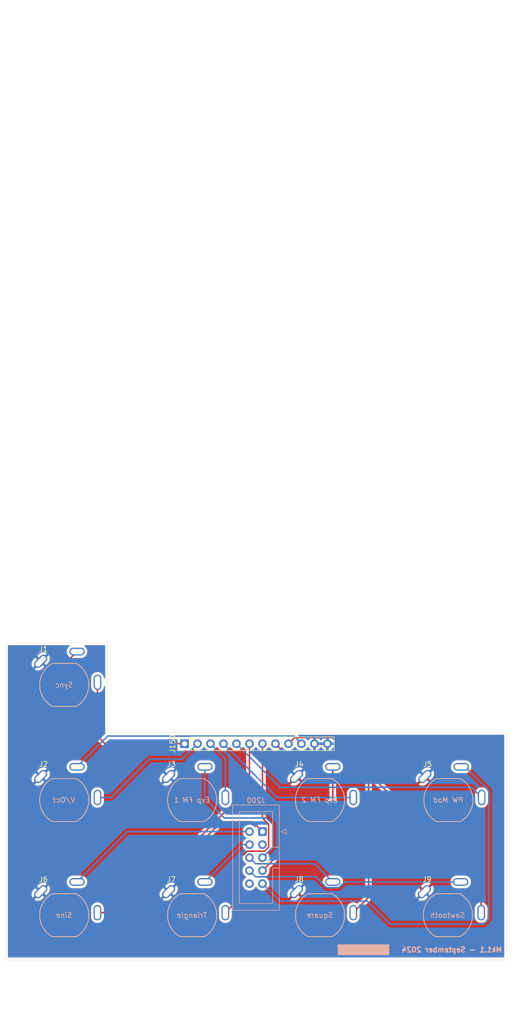
<source format=kicad_pcb>
(kicad_pcb (version 20240108) (generator "pcbnew") (generator_version "8.0")
  (title_block (title "VCO mki PCB") (date "2024-06-16") (rev "1") (company "DMH"))
  (layers (0 "F.Cu" signal) (31 "B.Cu" signal) (34 "B.Paste" user) (35 "F.Paste" user) (36 "B.SilkS" user "B.Silkscreen") (37 "F.SilkS" user "F.Silkscreen") (38 "B.Mask" user) (39 "F.Mask" user) (44 "Edge.Cuts" user))
  (net 0 "")
  (net 1 "GND")
  (net 2 "Net-(J150-Pin_1)")
  (net 3 "Net-(J150-Pin_10)")
  (net 4 "Net-(J200-Pin_1)")
  (net 5 "Net-(J200-Pin_3)")
  (net 6 "Net-(J200-Pin_4)")
  (net 7 "Net-(J200-Pin_5)")
  (net 8 "Net-(J200-Pin_6)")
  (net 9 "Net-(J200-Pin_7)")
  (net 10 "Net-(J200-Pin_8)")
  (net 11 "Net-(J200-Pin_9)")
  (net 14 "Net-(J150-Pin_3)")
  (net 15 "Net-(J150-Pin_4)")
  (net 16 "Net-(J150-Pin_5)")
  (net 17 "Net-(J150-Pin_2)")
  (net 18 "Net-(J150-Pin_7)")
  (net 19 "Net-(J150-Pin_8)")
  (net 20 "Net-(J150-Pin_6)")
  (net 21 "Net-(J150-Pin_9)")
  (footprint "SynthStuff:CUI_MJ-63052A" (layer "F.Cu") (at 137.5 228.75)
    (property "Reference" "J9" (at -4.075 -7 0) (layer "F.SilkS"))
    (property "Value" "TS_Jack_6.35mm_Sw")
    (property "Function" "Sawtooth" (at 0 0 0) (layer "B.SilkS") (effects (font (thickness 0.15) (italic yes)) (justify mirror)))
    (fp_line (start 0 -4.2) (end -2.35 -4.2) (stroke (width 0.15)) (layer "B.SilkS"))
    (fp_line (start 0 -4.2) (end 2.35 -4.2) (stroke (width 0.15)) (layer "B.SilkS"))
    (fp_line (start 0 4.2) (end -2.35 4.2) (stroke (width 0.15)) (layer "B.SilkS"))
    (fp_line (start 0 4.2) (end 2.35 4.2) (stroke (width 0.15)) (layer "B.SilkS"))
    (fp_arc (start -4.8 0) (mid -4.14066 -2.427948) (end -2.343778 -4.188879) (stroke (width 0.15)) (layer "B.SilkS"))
    (fp_arc (start -2.343778 4.188879) (mid -4.14066 2.427948) (end -4.8 0) (stroke (width 0.15)) (layer "B.SilkS"))
    (fp_arc (start 2.343778 -4.188879) (mid 4.14066 -2.427948) (end 4.8 0) (stroke (width 0.15)) (layer "B.SilkS"))
    (fp_arc (start 4.8 0) (mid 4.14066 2.427948) (end 2.343778 4.188879) (stroke (width 0.15)) (layer "B.SilkS"))
    (fp_line (start 0 -4.2) (end -2.35 -4.2) (stroke (width 0.15)) (layer "F.SilkS"))
    (fp_line (start 0 -4.2) (end 2.35 -4.2) (stroke (width 0.15)) (layer "F.SilkS"))
    (fp_line (start 0 4.2) (end -2.35 4.2) (stroke (width 0.15)) (layer "F.SilkS"))
    (fp_line (start 0 4.2) (end 2.35 4.2) (stroke (width 0.15)) (layer "F.SilkS"))
    (fp_arc (start -4.8 0) (mid -4.14066 -2.427948) (end -2.343778 -4.188879) (stroke (width 0.15)) (layer "F.SilkS"))
    (fp_arc (start -2.343778 4.188879) (mid -4.14066 2.427948) (end -4.8 0) (stroke (width 0.15)) (layer "F.SilkS"))
    (fp_arc (start 2.343778 -4.188879) (mid 4.14066 -2.427948) (end 4.8 0) (stroke (width 0.15)) (layer "F.SilkS"))
    (fp_arc (start 4.8 0) (mid 4.14066 2.427948) (end 2.343778 4.188879) (stroke (width 0.15)) (layer "F.SilkS"))
    (pad "S" thru_hole oval (at -4.59619 -4.59619 315) (size 1.508 3.016) (drill oval 1 2.5) (layers "*.Cu" "*.Mask") (net 1 "GND"))
    (pad "T" thru_hole oval (at 6.5 -0.5) (size 1.508 3.016) (drill oval 1 2.5) (layers "*.Cu" "*.Mask") (net 21 "Net-(J150-Pin_9)"))
    (pad "TN" thru_hole oval (at 2.5 -6.5) (size 3.016 1.508) (drill oval 2.5 1) (layers "*.Cu" "*.Mask") (net 11 "Net-(J200-Pin_9)"))
  )
  (footprint "SynthStuff:CUI_MJ-63052A" (layer "F.Cu") (at 87.5 228.75)
    (property "Reference" "J7" (at -4.075 -7 0) (layer "F.SilkS"))
    (property "Value" "TS_Jack_6.35mm_Sw")
    (property "Function" "Triangle" (at 0 0 0) (layer "B.SilkS") (effects (font (thickness 0.15) (italic yes)) (justify mirror)))
    (fp_line (start 0 -4.2) (end -2.35 -4.2) (stroke (width 0.15)) (layer "B.SilkS"))
    (fp_line (start 0 -4.2) (end 2.35 -4.2) (stroke (width 0.15)) (layer "B.SilkS"))
    (fp_line (start 0 4.2) (end -2.35 4.2) (stroke (width 0.15)) (layer "B.SilkS"))
    (fp_line (start 0 4.2) (end 2.35 4.2) (stroke (width 0.15)) (layer "B.SilkS"))
    (fp_arc (start -4.8 0) (mid -4.14066 -2.427948) (end -2.343778 -4.188879) (stroke (width 0.15)) (layer "B.SilkS"))
    (fp_arc (start -2.343778 4.188879) (mid -4.14066 2.427948) (end -4.8 0) (stroke (width 0.15)) (layer "B.SilkS"))
    (fp_arc (start 2.343778 -4.188879) (mid 4.14066 -2.427948) (end 4.8 0) (stroke (width 0.15)) (layer "B.SilkS"))
    (fp_arc (start 4.8 0) (mid 4.14066 2.427948) (end 2.343778 4.188879) (stroke (width 0.15)) (layer "B.SilkS"))
    (fp_line (start 0 -4.2) (end -2.35 -4.2) (stroke (width 0.15)) (layer "F.SilkS"))
    (fp_line (start 0 -4.2) (end 2.35 -4.2) (stroke (width 0.15)) (layer "F.SilkS"))
    (fp_line (start 0 4.2) (end -2.35 4.2) (stroke (width 0.15)) (layer "F.SilkS"))
    (fp_line (start 0 4.2) (end 2.35 4.2) (stroke (width 0.15)) (layer "F.SilkS"))
    (fp_arc (start -4.8 0) (mid -4.14066 -2.427948) (end -2.343778 -4.188879) (stroke (width 0.15)) (layer "F.SilkS"))
    (fp_arc (start -2.343778 4.188879) (mid -4.14066 2.427948) (end -4.8 0) (stroke (width 0.15)) (layer "F.SilkS"))
    (fp_arc (start 2.343778 -4.188879) (mid 4.14066 -2.427948) (end 4.8 0) (stroke (width 0.15)) (layer "F.SilkS"))
    (fp_arc (start 4.8 0) (mid 4.14066 2.427948) (end 2.343778 4.188879) (stroke (width 0.15)) (layer "F.SilkS"))
    (pad "S" thru_hole oval (at -4.59619 -4.59619 315) (size 1.508 3.016) (drill oval 1 2.5) (layers "*.Cu" "*.Mask") (net 1 "GND"))
    (pad "T" thru_hole oval (at 6.5 -0.5) (size 1.508 3.016) (drill oval 1 2.5) (layers "*.Cu" "*.Mask") (net 18 "Net-(J150-Pin_7)"))
    (pad "TN" thru_hole oval (at 2.5 -6.5) (size 3.016 1.508) (drill oval 2.5 1) (layers "*.Cu" "*.Mask") (net 9 "Net-(J200-Pin_7)"))
  )
  (footprint "SynthStuff:CUI_MJ-63052A" (layer "F.Cu") (at 62.5 183.75)
    (property "Reference" "J1" (at -4.075 -7 0) (layer "F.SilkS"))
    (property "Value" "TS_Jack_6.35mm_Sw")
    (property "Function" "Sync" (at 0 0 0) (layer "B.SilkS") (effects (font (thickness 0.15) (italic yes)) (justify mirror)))
    (fp_line (start 0 -4.2) (end -2.35 -4.2) (stroke (width 0.15)) (layer "B.SilkS"))
    (fp_line (start 0 -4.2) (end 2.35 -4.2) (stroke (width 0.15)) (layer "B.SilkS"))
    (fp_line (start 0 4.2) (end -2.35 4.2) (stroke (width 0.15)) (layer "B.SilkS"))
    (fp_line (start 0 4.2) (end 2.35 4.2) (stroke (width 0.15)) (layer "B.SilkS"))
    (fp_arc (start -4.8 0) (mid -4.14066 -2.427948) (end -2.343778 -4.188879) (stroke (width 0.15)) (layer "B.SilkS"))
    (fp_arc (start -2.343778 4.188879) (mid -4.14066 2.427948) (end -4.8 0) (stroke (width 0.15)) (layer "B.SilkS"))
    (fp_arc (start 2.343778 -4.188879) (mid 4.14066 -2.427948) (end 4.8 0) (stroke (width 0.15)) (layer "B.SilkS"))
    (fp_arc (start 4.8 0) (mid 4.14066 2.427948) (end 2.343778 4.188879) (stroke (width 0.15)) (layer "B.SilkS"))
    (fp_line (start 0 -4.2) (end -2.35 -4.2) (stroke (width 0.15)) (layer "F.SilkS"))
    (fp_line (start 0 -4.2) (end 2.35 -4.2) (stroke (width 0.15)) (layer "F.SilkS"))
    (fp_line (start 0 4.2) (end -2.35 4.2) (stroke (width 0.15)) (layer "F.SilkS"))
    (fp_line (start 0 4.2) (end 2.35 4.2) (stroke (width 0.15)) (layer "F.SilkS"))
    (fp_arc (start -4.8 0) (mid -4.14066 -2.427948) (end -2.343778 -4.188879) (stroke (width 0.15)) (layer "F.SilkS"))
    (fp_arc (start -2.343778 4.188879) (mid -4.14066 2.427948) (end -4.8 0) (stroke (width 0.15)) (layer "F.SilkS"))
    (fp_arc (start 2.343778 -4.188879) (mid 4.14066 -2.427948) (end 4.8 0) (stroke (width 0.15)) (layer "F.SilkS"))
    (fp_arc (start 4.8 0) (mid 4.14066 2.427948) (end 2.343778 4.188879) (stroke (width 0.15)) (layer "F.SilkS"))
    (pad "S" thru_hole oval (at -4.59619 -4.59619 315) (size 1.508 3.016) (drill oval 1 2.5) (layers "*.Cu" "*.Mask") (net 1 "GND"))
    (pad "T" thru_hole oval (at 6.5 -0.5) (size 1.508 3.016) (drill oval 1 2.5) (layers "*.Cu" "*.Mask") (net 2 "Net-(J150-Pin_1)"))
    (pad "TN" thru_hole oval (at 2.5 -6.5) (size 3.016 1.508) (drill oval 2.5 1) (layers "*.Cu" "*.Mask") (net 4 "Net-(J200-Pin_1)"))
  )
  (footprint "SynthStuff:CUI_MJ-63052A" (layer "F.Cu") (at 62.5 206.25)
    (property "Reference" "J2" (at -4.075 -7 0) (layer "F.SilkS"))
    (property "Value" "TS_Jack_6.35mm_Sw")
    (property "Function" "V/Oct" (at 0 0 0) (layer "B.SilkS") (effects (font (thickness 0.15) (italic yes)) (justify mirror)))
    (fp_line (start 0 -4.2) (end -2.35 -4.2) (stroke (width 0.15)) (layer "B.SilkS"))
    (fp_line (start 0 -4.2) (end 2.35 -4.2) (stroke (width 0.15)) (layer "B.SilkS"))
    (fp_line (start 0 4.2) (end -2.35 4.2) (stroke (width 0.15)) (layer "B.SilkS"))
    (fp_line (start 0 4.2) (end 2.35 4.2) (stroke (width 0.15)) (layer "B.SilkS"))
    (fp_arc (start -4.8 0) (mid -4.14066 -2.427948) (end -2.343778 -4.188879) (stroke (width 0.15)) (layer "B.SilkS"))
    (fp_arc (start -2.343778 4.188879) (mid -4.14066 2.427948) (end -4.8 0) (stroke (width 0.15)) (layer "B.SilkS"))
    (fp_arc (start 2.343778 -4.188879) (mid 4.14066 -2.427948) (end 4.8 0) (stroke (width 0.15)) (layer "B.SilkS"))
    (fp_arc (start 4.8 0) (mid 4.14066 2.427948) (end 2.343778 4.188879) (stroke (width 0.15)) (layer "B.SilkS"))
    (fp_line (start 0 -4.2) (end -2.35 -4.2) (stroke (width 0.15)) (layer "F.SilkS"))
    (fp_line (start 0 -4.2) (end 2.35 -4.2) (stroke (width 0.15)) (layer "F.SilkS"))
    (fp_line (start 0 4.2) (end -2.35 4.2) (stroke (width 0.15)) (layer "F.SilkS"))
    (fp_line (start 0 4.2) (end 2.35 4.2) (stroke (width 0.15)) (layer "F.SilkS"))
    (fp_arc (start -4.8 0) (mid -4.14066 -2.427948) (end -2.343778 -4.188879) (stroke (width 0.15)) (layer "F.SilkS"))
    (fp_arc (start -2.343778 4.188879) (mid -4.14066 2.427948) (end -4.8 0) (stroke (width 0.15)) (layer "F.SilkS"))
    (fp_arc (start 2.343778 -4.188879) (mid 4.14066 -2.427948) (end 4.8 0) (stroke (width 0.15)) (layer "F.SilkS"))
    (fp_arc (start 4.8 0) (mid 4.14066 2.427948) (end 2.343778 4.188879) (stroke (width 0.15)) (layer "F.SilkS"))
    (pad "S" thru_hole oval (at -4.59619 -4.59619 315) (size 1.508 3.016) (drill oval 1 2.5) (layers "*.Cu" "*.Mask") (net 1 "GND"))
    (pad "T" thru_hole oval (at 6.5 -0.5) (size 1.508 3.016) (drill oval 1 2.5) (layers "*.Cu" "*.Mask") (net 17 "Net-(J150-Pin_2)"))
    (pad "TN" thru_hole oval (at 2.5 -6.5) (size 3.016 1.508) (drill oval 2.5 1) (layers "*.Cu" "*.Mask") (net 3 "Net-(J150-Pin_10)"))
  )
  (footprint "SynthStuff:CUI_MJ-63052A" (layer "F.Cu") (at 137.59619 206.25)
    (property "Reference" "J5" (at -4.075 -7 0) (layer "F.SilkS"))
    (property "Value" "TS_Jack_6.35mm_Sw")
    (property "Function" "PW Mod" (at 0 0 0) (layer "B.SilkS") (effects (font (thickness 0.15) (italic yes)) (justify mirror)))
    (fp_line (start 0 -4.2) (end -2.35 -4.2) (stroke (width 0.15)) (layer "B.SilkS"))
    (fp_line (start 0 -4.2) (end 2.35 -4.2) (stroke (width 0.15)) (layer "B.SilkS"))
    (fp_line (start 0 4.2) (end -2.35 4.2) (stroke (width 0.15)) (layer "B.SilkS"))
    (fp_line (start 0 4.2) (end 2.35 4.2) (stroke (width 0.15)) (layer "B.SilkS"))
    (fp_arc (start -4.8 0) (mid -4.14066 -2.427948) (end -2.343778 -4.188879) (stroke (width 0.15)) (layer "B.SilkS"))
    (fp_arc (start -2.343778 4.188879) (mid -4.14066 2.427948) (end -4.8 0) (stroke (width 0.15)) (layer "B.SilkS"))
    (fp_arc (start 2.343778 -4.188879) (mid 4.14066 -2.427948) (end 4.8 0) (stroke (width 0.15)) (layer "B.SilkS"))
    (fp_arc (start 4.8 0) (mid 4.14066 2.427948) (end 2.343778 4.188879) (stroke (width 0.15)) (layer "B.SilkS"))
    (fp_line (start 0 -4.2) (end -2.35 -4.2) (stroke (width 0.15)) (layer "F.SilkS"))
    (fp_line (start 0 -4.2) (end 2.35 -4.2) (stroke (width 0.15)) (layer "F.SilkS"))
    (fp_line (start 0 4.2) (end -2.35 4.2) (stroke (width 0.15)) (layer "F.SilkS"))
    (fp_line (start 0 4.2) (end 2.35 4.2) (stroke (width 0.15)) (layer "F.SilkS"))
    (fp_arc (start -4.8 0) (mid -4.14066 -2.427948) (end -2.343778 -4.188879) (stroke (width 0.15)) (layer "F.SilkS"))
    (fp_arc (start -2.343778 4.188879) (mid -4.14066 2.427948) (end -4.8 0) (stroke (width 0.15)) (layer "F.SilkS"))
    (fp_arc (start 2.343778 -4.188879) (mid 4.14066 -2.427948) (end 4.8 0) (stroke (width 0.15)) (layer "F.SilkS"))
    (fp_arc (start 4.8 0) (mid 4.14066 2.427948) (end 2.343778 4.188879) (stroke (width 0.15)) (layer "F.SilkS"))
    (pad "S" thru_hole oval (at -4.59619 -4.59619 315) (size 1.508 3.016) (drill oval 1 2.5) (layers "*.Cu" "*.Mask") (net 1 "GND"))
    (pad "T" thru_hole oval (at 6.5 -0.5) (size 1.508 3.016) (drill oval 1 2.5) (layers "*.Cu" "*.Mask") (net 16 "Net-(J150-Pin_5)"))
    (pad "TN" thru_hole oval (at 2.5 -6.5) (size 3.016 1.508) (drill oval 2.5 1) (layers "*.Cu" "*.Mask") (net 7 "Net-(J200-Pin_5)"))
  )
  (footprint "SynthStuff:CUI_MJ-63052A" (layer "F.Cu") (at 87.5 206.25)
    (property "Reference" "J3" (at -4.075 -7 0) (layer "F.SilkS"))
    (property "Value" "TS_Jack_6.35mm_Sw")
    (property "Function" "Exp FM 1" (at 0 0 0) (layer "B.SilkS") (effects (font (thickness 0.15) (italic yes)) (justify mirror)))
    (fp_line (start 0 -4.2) (end -2.35 -4.2) (stroke (width 0.15)) (layer "B.SilkS"))
    (fp_line (start 0 -4.2) (end 2.35 -4.2) (stroke (width 0.15)) (layer "B.SilkS"))
    (fp_line (start 0 4.2) (end -2.35 4.2) (stroke (width 0.15)) (layer "B.SilkS"))
    (fp_line (start 0 4.2) (end 2.35 4.2) (stroke (width 0.15)) (layer "B.SilkS"))
    (fp_arc (start -4.8 0) (mid -4.14066 -2.427948) (end -2.343778 -4.188879) (stroke (width 0.15)) (layer "B.SilkS"))
    (fp_arc (start -2.343778 4.188879) (mid -4.14066 2.427948) (end -4.8 0) (stroke (width 0.15)) (layer "B.SilkS"))
    (fp_arc (start 2.343778 -4.188879) (mid 4.14066 -2.427948) (end 4.8 0) (stroke (width 0.15)) (layer "B.SilkS"))
    (fp_arc (start 4.8 0) (mid 4.14066 2.427948) (end 2.343778 4.188879) (stroke (width 0.15)) (layer "B.SilkS"))
    (fp_line (start 0 -4.2) (end -2.35 -4.2) (stroke (width 0.15)) (layer "F.SilkS"))
    (fp_line (start 0 -4.2) (end 2.35 -4.2) (stroke (width 0.15)) (layer "F.SilkS"))
    (fp_line (start 0 4.2) (end -2.35 4.2) (stroke (width 0.15)) (layer "F.SilkS"))
    (fp_line (start 0 4.2) (end 2.35 4.2) (stroke (width 0.15)) (layer "F.SilkS"))
    (fp_arc (start -4.8 0) (mid -4.14066 -2.427948) (end -2.343778 -4.188879) (stroke (width 0.15)) (layer "F.SilkS"))
    (fp_arc (start -2.343778 4.188879) (mid -4.14066 2.427948) (end -4.8 0) (stroke (width 0.15)) (layer "F.SilkS"))
    (fp_arc (start 2.343778 -4.188879) (mid 4.14066 -2.427948) (end 4.8 0) (stroke (width 0.15)) (layer "F.SilkS"))
    (fp_arc (start 4.8 0) (mid 4.14066 2.427948) (end 2.343778 4.188879) (stroke (width 0.15)) (layer "F.SilkS"))
    (pad "S" thru_hole oval (at -4.59619 -4.59619 315) (size 1.508 3.016) (drill oval 1 2.5) (layers "*.Cu" "*.Mask") (net 1 "GND"))
    (pad "T" thru_hole oval (at 6.5 -0.5) (size 1.508 3.016) (drill oval 1 2.5) (layers "*.Cu" "*.Mask") (net 14 "Net-(J150-Pin_3)"))
    (pad "TN" thru_hole oval (at 2.5 -6.5) (size 3.016 1.508) (drill oval 2.5 1) (layers "*.Cu" "*.Mask") (net 5 "Net-(J200-Pin_3)"))
  )
  (footprint "SynthStuff:CUI_MJ-63052A" (layer "F.Cu") (at 112.5 228.75)
    (property "Reference" "J8" (at -4.075 -7 0) (layer "F.SilkS"))
    (property "Value" "TS_Jack_6.35mm_Sw")
    (property "Function" "Square" (at 0 0 0) (layer "B.SilkS") (effects (font (thickness 0.15) (italic yes)) (justify mirror)))
    (fp_line (start 0 -4.2) (end -2.35 -4.2) (stroke (width 0.15)) (layer "B.SilkS"))
    (fp_line (start 0 -4.2) (end 2.35 -4.2) (stroke (width 0.15)) (layer "B.SilkS"))
    (fp_line (start 0 4.2) (end -2.35 4.2) (stroke (width 0.15)) (layer "B.SilkS"))
    (fp_line (start 0 4.2) (end 2.35 4.2) (stroke (width 0.15)) (layer "B.SilkS"))
    (fp_arc (start -4.8 0) (mid -4.14066 -2.427948) (end -2.343778 -4.188879) (stroke (width 0.15)) (layer "B.SilkS"))
    (fp_arc (start -2.343778 4.188879) (mid -4.14066 2.427948) (end -4.8 0) (stroke (width 0.15)) (layer "B.SilkS"))
    (fp_arc (start 2.343778 -4.188879) (mid 4.14066 -2.427948) (end 4.8 0) (stroke (width 0.15)) (layer "B.SilkS"))
    (fp_arc (start 4.8 0) (mid 4.14066 2.427948) (end 2.343778 4.188879) (stroke (width 0.15)) (layer "B.SilkS"))
    (fp_line (start 0 -4.2) (end -2.35 -4.2) (stroke (width 0.15)) (layer "F.SilkS"))
    (fp_line (start 0 -4.2) (end 2.35 -4.2) (stroke (width 0.15)) (layer "F.SilkS"))
    (fp_line (start 0 4.2) (end -2.35 4.2) (stroke (width 0.15)) (layer "F.SilkS"))
    (fp_line (start 0 4.2) (end 2.35 4.2) (stroke (width 0.15)) (layer "F.SilkS"))
    (fp_arc (start -4.8 0) (mid -4.14066 -2.427948) (end -2.343778 -4.188879) (stroke (width 0.15)) (layer "F.SilkS"))
    (fp_arc (start -2.343778 4.188879) (mid -4.14066 2.427948) (end -4.8 0) (stroke (width 0.15)) (layer "F.SilkS"))
    (fp_arc (start 2.343778 -4.188879) (mid 4.14066 -2.427948) (end 4.8 0) (stroke (width 0.15)) (layer "F.SilkS"))
    (fp_arc (start 4.8 0) (mid 4.14066 2.427948) (end 2.343778 4.188879) (stroke (width 0.15)) (layer "F.SilkS"))
    (pad "S" thru_hole oval (at -4.59619 -4.59619 315) (size 1.508 3.016) (drill oval 1 2.5) (layers "*.Cu" "*.Mask") (net 1 "GND"))
    (pad "T" thru_hole oval (at 6.5 -0.5) (size 1.508 3.016) (drill oval 1 2.5) (layers "*.Cu" "*.Mask") (net 19 "Net-(J150-Pin_8)"))
    (pad "TN" thru_hole oval (at 2.5 -6.5) (size 3.016 1.508) (drill oval 2.5 1) (layers "*.Cu" "*.Mask") (net 10 "Net-(J200-Pin_8)"))
  )
  (footprint "SynthStuff:CUI_MJ-63052A" (layer "F.Cu") (at 112.5 206.25)
    (property "Reference" "J4" (at -4.075 -7 0) (layer "F.SilkS"))
    (property "Value" "TS_Jack_6.35mm_Sw")
    (property "Function" "Exp FM 2" (at 0 0 0) (layer "B.SilkS") (effects (font (thickness 0.15) (italic yes)) (justify mirror)))
    (fp_line (start 0 -4.2) (end -2.35 -4.2) (stroke (width 0.15)) (layer "B.SilkS"))
    (fp_line (start 0 -4.2) (end 2.35 -4.2) (stroke (width 0.15)) (layer "B.SilkS"))
    (fp_line (start 0 4.2) (end -2.35 4.2) (stroke (width 0.15)) (layer "B.SilkS"))
    (fp_line (start 0 4.2) (end 2.35 4.2) (stroke (width 0.15)) (layer "B.SilkS"))
    (fp_arc (start -4.8 0) (mid -4.14066 -2.427948) (end -2.343778 -4.188879) (stroke (width 0.15)) (layer "B.SilkS"))
    (fp_arc (start -2.343778 4.188879) (mid -4.14066 2.427948) (end -4.8 0) (stroke (width 0.15)) (layer "B.SilkS"))
    (fp_arc (start 2.343778 -4.188879) (mid 4.14066 -2.427948) (end 4.8 0) (stroke (width 0.15)) (layer "B.SilkS"))
    (fp_arc (start 4.8 0) (mid 4.14066 2.427948) (end 2.343778 4.188879) (stroke (width 0.15)) (layer "B.SilkS"))
    (fp_line (start 0 -4.2) (end -2.35 -4.2) (stroke (width 0.15)) (layer "F.SilkS"))
    (fp_line (start 0 -4.2) (end 2.35 -4.2) (stroke (width 0.15)) (layer "F.SilkS"))
    (fp_line (start 0 4.2) (end -2.35 4.2) (stroke (width 0.15)) (layer "F.SilkS"))
    (fp_line (start 0 4.2) (end 2.35 4.2) (stroke (width 0.15)) (layer "F.SilkS"))
    (fp_arc (start -4.8 0) (mid -4.14066 -2.427948) (end -2.343778 -4.188879) (stroke (width 0.15)) (layer "F.SilkS"))
    (fp_arc (start -2.343778 4.188879) (mid -4.14066 2.427948) (end -4.8 0) (stroke (width 0.15)) (layer "F.SilkS"))
    (fp_arc (start 2.343778 -4.188879) (mid 4.14066 -2.427948) (end 4.8 0) (stroke (width 0.15)) (layer "F.SilkS"))
    (fp_arc (start 4.8 0) (mid 4.14066 2.427948) (end 2.343778 4.188879) (stroke (width 0.15)) (layer "F.SilkS"))
    (pad "S" thru_hole oval (at -4.59619 -4.59619 315) (size 1.508 3.016) (drill oval 1 2.5) (layers "*.Cu" "*.Mask") (net 1 "GND"))
    (pad "T" thru_hole oval (at 6.5 -0.5) (size 1.508 3.016) (drill oval 1 2.5) (layers "*.Cu" "*.Mask") (net 15 "Net-(J150-Pin_4)"))
    (pad "TN" thru_hole oval (at 2.5 -6.5) (size 3.016 1.508) (drill oval 2.5 1) (layers "*.Cu" "*.Mask") (net 6 "Net-(J200-Pin_4)"))
  )
  (footprint "SynthStuff:CUI_MJ-63052A" (layer "F.Cu") (at 62.5 228.75)
    (property "Reference" "J6" (at -4.075 -7 0) (layer "F.SilkS"))
    (property "Value" "TS_Jack_6.35mm_Sw")
    (property "Function" "Sine" (at 0 0 0) (layer "B.SilkS") (effects (font (thickness 0.15) (italic yes)) (justify mirror)))
    (fp_line (start 0 -4.2) (end -2.35 -4.2) (stroke (width 0.15)) (layer "B.SilkS"))
    (fp_line (start 0 -4.2) (end 2.35 -4.2) (stroke (width 0.15)) (layer "B.SilkS"))
    (fp_line (start 0 4.2) (end -2.35 4.2) (stroke (width 0.15)) (layer "B.SilkS"))
    (fp_line (start 0 4.2) (end 2.35 4.2) (stroke (width 0.15)) (layer "B.SilkS"))
    (fp_arc (start -4.8 0) (mid -4.14066 -2.427948) (end -2.343778 -4.188879) (stroke (width 0.15)) (layer "B.SilkS"))
    (fp_arc (start -2.343778 4.188879) (mid -4.14066 2.427948) (end -4.8 0) (stroke (width 0.15)) (layer "B.SilkS"))
    (fp_arc (start 2.343778 -4.188879) (mid 4.14066 -2.427948) (end 4.8 0) (stroke (width 0.15)) (layer "B.SilkS"))
    (fp_arc (start 4.8 0) (mid 4.14066 2.427948) (end 2.343778 4.188879) (stroke (width 0.15)) (layer "B.SilkS"))
    (fp_line (start 0 -4.2) (end -2.35 -4.2) (stroke (width 0.15)) (layer "F.SilkS"))
    (fp_line (start 0 -4.2) (end 2.35 -4.2) (stroke (width 0.15)) (layer "F.SilkS"))
    (fp_line (start 0 4.2) (end -2.35 4.2) (stroke (width 0.15)) (layer "F.SilkS"))
    (fp_line (start 0 4.2) (end 2.35 4.2) (stroke (width 0.15)) (layer "F.SilkS"))
    (fp_arc (start -4.8 0) (mid -4.14066 -2.427948) (end -2.343778 -4.188879) (stroke (width 0.15)) (layer "F.SilkS"))
    (fp_arc (start -2.343778 4.188879) (mid -4.14066 2.427948) (end -4.8 0) (stroke (width 0.15)) (layer "F.SilkS"))
    (fp_arc (start 2.343778 -4.188879) (mid 4.14066 -2.427948) (end 4.8 0) (stroke (width 0.15)) (layer "F.SilkS"))
    (fp_arc (start 4.8 0) (mid 4.14066 2.427948) (end 2.343778 4.188879) (stroke (width 0.15)) (layer "F.SilkS"))
    (pad "S" thru_hole oval (at -4.59619 -4.59619 315) (size 1.508 3.016) (drill oval 1 2.5) (layers "*.Cu" "*.Mask") (net 1 "GND"))
    (pad "T" thru_hole oval (at 6.5 -0.5) (size 1.508 3.016) (drill oval 1 2.5) (layers "*.Cu" "*.Mask") (net 20 "Net-(J150-Pin_6)"))
    (pad "TN" thru_hole oval (at 2.5 -6.5) (size 3.016 1.508) (drill oval 2.5 1) (layers "*.Cu" "*.Mask") (net 8 "Net-(J200-Pin_6)"))
  )
  (footprint "Connector_PinHeader_2.54mm:PinHeader_1x12_P2.54mm_Vertical" (layer "F.Cu") (at 86.01 195.25 90)
    (property "Reference" "J150" (at 0 -2.33 90) (layer "F.SilkS"))
    (property "Value" "Conn_01x12")
    (fp_line (start -1.33 -1.33) (end 0 -1.33) (stroke (width 0.12)) (layer "F.SilkS"))
    (fp_line (start -1.33 0) (end -1.33 -1.33) (stroke (width 0.12)) (layer "F.SilkS"))
    (fp_line (start 1.33 1.27) (end 1.33 29.27) (stroke (width 0.12)) (layer "F.SilkS"))
    (fp_line (start -1.33 1.27) (end 1.33 1.27) (stroke (width 0.12)) (layer "F.SilkS"))
    (fp_line (start -1.33 1.27) (end -1.33 29.27) (stroke (width 0.12)) (layer "F.SilkS"))
    (fp_line (start -1.33 29.27) (end 1.33 29.27) (stroke (width 0.12)) (layer "F.SilkS"))
    (pad "1" thru_hole rect (at 0 0 90) (size 1.7 1.7) (drill 1) (layers "*.Cu" "*.Mask") (net 2 "Net-(J150-Pin_1)"))
    (pad "2" thru_hole oval (at 0 2.54 90) (size 1.7 1.7) (drill 1) (layers "*.Cu" "*.Mask") (net 17 "Net-(J150-Pin_2)"))
    (pad "3" thru_hole oval (at 0 5.08 90) (size 1.7 1.7) (drill 1) (layers "*.Cu" "*.Mask") (net 14 "Net-(J150-Pin_3)"))
    (pad "4" thru_hole oval (at 0 7.62 90) (size 1.7 1.7) (drill 1) (layers "*.Cu" "*.Mask") (net 15 "Net-(J150-Pin_4)"))
    (pad "5" thru_hole oval (at 0 10.16 90) (size 1.7 1.7) (drill 1) (layers "*.Cu" "*.Mask") (net 16 "Net-(J150-Pin_5)"))
    (pad "6" thru_hole oval (at 0 12.7 90) (size 1.7 1.7) (drill 1) (layers "*.Cu" "*.Mask") (net 20 "Net-(J150-Pin_6)"))
    (pad "7" thru_hole oval (at 0 15.24 90) (size 1.7 1.7) (drill 1) (layers "*.Cu" "*.Mask") (net 18 "Net-(J150-Pin_7)"))
    (pad "8" thru_hole oval (at 0 17.78 90) (size 1.7 1.7) (drill 1) (layers "*.Cu" "*.Mask") (net 19 "Net-(J150-Pin_8)"))
    (pad "9" thru_hole oval (at 0 20.32 90) (size 1.7 1.7) (drill 1) (layers "*.Cu" "*.Mask") (net 21 "Net-(J150-Pin_9)"))
    (pad "10" thru_hole oval (at 0 22.86 90) (size 1.7 1.7) (drill 1) (layers "*.Cu" "*.Mask") (net 3 "Net-(J150-Pin_10)"))
    (pad "11" thru_hole oval (at 0 25.4 90) (size 1.7 1.7) (drill 1) (layers "*.Cu" "*.Mask") (net 1 "GND"))
    (pad "12" thru_hole oval (at 0 27.94 90) (size 1.7 1.7) (drill 1) (layers "*.Cu" "*.Mask") (net 1 "GND"))
  )
  (footprint "SynthStuff:IDC-Header_2x05_P2.54mm_Vertical_BackBone" (layer "B.Cu") (at 101.2525 212.42 180)
    (property "Reference" "J200" (at 1.27 6.1 0) (layer "B.SilkS") (effects (justify mirror)))
    (property "Value" "IDC_02x05")
    (fp_line (start 5.83 5.21) (end -3.29 5.21) (stroke (width 0.12)) (layer "B.SilkS"))
    (fp_line (start 5.83 -15.37) (end 5.83 5.21) (stroke (width 0.12)) (layer "B.SilkS"))
    (fp_line (start 4.52 3.91) (end -1.98 3.91) (stroke (width 0.12)) (layer "B.SilkS"))
    (fp_line (start 4.52 -14.07) (end 4.52 3.91) (stroke (width 0.12)) (layer "B.SilkS"))
    (fp_line (start -1.98 3.91) (end -1.98 -3.03) (stroke (width 0.12)) (layer "B.SilkS"))
    (fp_line (start -1.98 -3.03) (end -3.29 -3.03) (stroke (width 0.12)) (layer "B.SilkS"))
    (fp_line (start -1.98 -7.13) (end -1.98 -7.13) (stroke (width 0.12)) (layer "B.SilkS"))
    (fp_line (start -1.98 -7.13) (end -1.98 -14.07) (stroke (width 0.12)) (layer "B.SilkS"))
    (fp_line (start -1.98 -14.07) (end 4.52 -14.07) (stroke (width 0.12)) (layer "B.SilkS"))
    (fp_line (start -3.29 5.21) (end -3.29 -15.37) (stroke (width 0.12)) (layer "B.SilkS"))
    (fp_line (start -3.29 -7.13) (end -1.98 -7.13) (stroke (width 0.12)) (layer "B.SilkS"))
    (fp_line (start -3.29 -15.37) (end 5.83 -15.37) (stroke (width 0.12)) (layer "B.SilkS"))
    (fp_line (start -3.68 0) (end -4.68 -0.5) (stroke (width 0.12)) (layer "B.SilkS"))
    (fp_line (start -4.68 0.5) (end -3.68 0) (stroke (width 0.12)) (layer "B.SilkS"))
    (fp_line (start -4.68 -0.5) (end -4.68 0.5) (stroke (width 0.12)) (layer "B.SilkS"))
    (pad "1" thru_hole roundrect (at 0 0 180) (size 1.7 1.7) (drill 1) (layers "*.Cu" "*.Mask") (roundrect_rratio 0.147059) (net 4 "Net-(J200-Pin_1)"))
    (pad "2" thru_hole circle (at 0 -2.54 180) (size 1.7 1.7) (drill 1) (layers "*.Cu" "*.Mask"))
    (pad "3" thru_hole circle (at 0 -5.08 180) (size 1.7 1.7) (drill 1) (layers "*.Cu" "*.Mask") (net 5 "Net-(J200-Pin_3)"))
    (pad "4" thru_hole circle (at 0 -7.62 180) (size 1.7 1.7) (drill 1) (layers "*.Cu" "*.Mask") (net 6 "Net-(J200-Pin_4)"))
    (pad "5" thru_hole circle (at 0 -10.16 180) (size 1.7 1.7) (drill 1) (layers "*.Cu" "*.Mask") (net 7 "Net-(J200-Pin_5)"))
    (pad "6" thru_hole circle (at 2.54 0 180) (size 1.7 1.7) (drill 1) (layers "*.Cu" "*.Mask") (net 8 "Net-(J200-Pin_6)"))
    (pad "7" thru_hole circle (at 2.54 -2.54 180) (size 1.7 1.7) (drill 1) (layers "*.Cu" "*.Mask") (net 9 "Net-(J200-Pin_7)"))
    (pad "8" thru_hole circle (at 2.54 -5.08 180) (size 1.7 1.7) (drill 1) (layers "*.Cu" "*.Mask") (net 10 "Net-(J200-Pin_8)"))
    (pad "9" thru_hole circle (at 2.54 -7.62 180) (size 1.7 1.7) (drill 1) (layers "*.Cu" "*.Mask") (net 11 "Net-(J200-Pin_9)"))
    (pad "10" thru_hole circle (at 2.54 -10.16 180) (size 1.7 1.7) (drill 1) (layers "*.Cu" "*.Mask"))
  )
  (gr_rect (start 116 234.5) (end 126 236.5) (stroke (width 0.1)) (fill solid) (layer "B.SilkS"))
  (gr_line (start 51 175.5) (end 71 175.5) (stroke (width 0.05)) (layer "Edge.Cuts"))
  (gr_line (start 71 175.5) (end 71 193) (stroke (width 0.05)) (layer "Edge.Cuts"))
  (gr_line (start 51 237.5) (end 149 237.5) (stroke (width 0.05)) (layer "Edge.Cuts"))
  (gr_line (start 51 175.5) (end 51 237.5) (stroke (width 0.05)) (layer "Edge.Cuts"))
  (gr_line (start 71 193) (end 149 193) (stroke (width 0.05)) (layer "Edge.Cuts"))
  (gr_line (start 149 237.5) (end 149 193) (stroke (width 0.05)) (layer "Edge.Cuts"))
  (gr_text "Mk1.1 - September 2024" (at 138.25 235.5 0) (layer "B.SilkS") (effects (font (size 1 1) (thickness 0.25) (bold yes)) (justify mirror)))
  (segment (start 69 183.25) (end 69 193.75) (width 0.3) (layer "F.Cu") (net 2))
  (segment (start 70.5 195.25) (end 86.01 195.25) (width 0.3) (layer "F.Cu") (net 2))
  (segment (start 69 193.75) (end 70.5 195.25) (width 0.3) (layer "F.Cu") (net 2))
  (segment (start 108.75 195.13) (end 108.87 195.25) (width 0.3) (layer "F.Cu") (net 3))
  (segment (start 71 193.75) (end 107.37 193.75) (width 0.3) (layer "B.Cu") (net 3))
  (segment (start 65 199.75) (end 71 193.75) (width 0.3) (layer "B.Cu") (net 3))
  (segment (start 107.37 193.75) (end 108.87 195.25) (width 0.3) (layer "B.Cu") (net 3))
  (segment (start 99.3325 210.5) (end 101.2525 212.42) (width 0.3) (layer "F.Cu") (net 4))
  (segment (start 72.75 231) (end 93.25 210.5) (width 0.3) (layer "F.Cu") (net 4))
  (segment (start 65 177.25) (end 61.25 181) (width 0.3) (layer "F.Cu") (net 4))
  (segment (start 93.25 210.5) (end 99.3325 210.5) (width 0.3) (layer "F.Cu") (net 4))
  (segment (start 61.25 224.5) (end 67.75 231) (width 0.3) (layer "F.Cu") (net 4))
  (segment (start 67.75 231) (end 72.75 231) (width 0.3) (layer "F.Cu") (net 4))
  (segment (start 61.25 181) (end 61.25 224.5) (width 0.3) (layer "F.Cu") (net 4))
  (segment (start 90 199.75) (end 90 205.940408) (width 0.3) (layer "B.Cu") (net 5))
  (segment (start 90 205.940408) (end 93.809592 209.75) (width 0.3) (layer "B.Cu") (net 5))
  (segment (start 93.809592 209.75) (end 102 209.75) (width 0.3) (layer "B.Cu") (net 5))
  (segment (start 103.25 215.5025) (end 101.2525 217.5) (width 0.3) (layer "B.Cu") (net 5))
  (segment (start 103.25 211) (end 103.25 215.5025) (width 0.3) (layer "B.Cu") (net 5))
  (segment (start 102 209.75) (end 103.25 211) (width 0.3) (layer "B.Cu") (net 5))
  (segment (start 115 206.2925) (end 115 199.75) (width 0.3) (layer "F.Cu") (net 6))
  (segment (start 101.2525 220.04) (end 115 206.2925) (width 0.3) (layer "F.Cu") (net 6))
  (segment (start 145.5 204.39981) (end 145.5 229.5) (width 0.3) (layer "B.Cu") (net 7))
  (segment (start 126.25 230.5) (end 121.75 226) (width 0.3) (layer "B.Cu") (net 7))
  (segment (start 140.85019 199.75) (end 145.5 204.39981) (width 0.3) (layer "B.Cu") (net 7))
  (segment (start 144.5 230.5) (end 126.25 230.5) (width 0.3) (layer "B.Cu") (net 7))
  (segment (start 104.6725 226) (end 101.2525 222.58) (width 0.3) (layer "B.Cu") (net 7))
  (segment (start 145.5 229.5) (end 144.5 230.5) (width 0.3) (layer "B.Cu") (net 7))
  (segment (start 121.75 226) (end 104.6725 226) (width 0.3) (layer "B.Cu") (net 7))
  (segment (start 140.09619 199.75) (end 140.85019 199.75) (width 0.3) (layer "B.Cu") (net 7))
  (segment (start 74.83 212.42) (end 98.7125 212.42) (width 0.3) (layer "B.Cu") (net 8))
  (segment (start 65 222.25) (end 74.83 212.42) (width 0.3) (layer "B.Cu") (net 8))
  (segment (start 97.29 214.96) (end 90 222.25) (width 0.3) (layer "B.Cu") (net 9))
  (segment (start 98.7125 214.96) (end 97.29 214.96) (width 0.3) (layer "B.Cu") (net 9))
  (segment (start 99.9125 218.7) (end 98.7125 217.5) (width 0.3) (layer "B.Cu") (net 10))
  (segment (start 111.45 218.7) (end 99.9125 218.7) (width 0.3) (layer "B.Cu") (net 10))
  (segment (start 115 222.25) (end 111.45 218.7) (width 0.3) (layer "B.Cu") (net 10))
  (segment (start 113.788708 223.354) (end 111.674708 221.24) (width 0.3) (layer "B.Cu") (net 11))
  (segment (start 116.211292 223.354) (end 113.788708 223.354) (width 0.3) (layer "B.Cu") (net 11))
  (segment (start 111.674708 221.24) (end 99.9125 221.24) (width 0.3) (layer "B.Cu") (net 11))
  (segment (start 99.9125 221.24) (end 98.7125 220.04) (width 0.3) (layer "B.Cu") (net 11))
  (segment (start 140 222.25) (end 117.315292 222.25) (width 0.3) (layer "B.Cu") (net 11))
  (segment (start 117.315292 222.25) (end 116.211292 223.354) (width 0.3) (layer "B.Cu") (net 11))
  (segment (start 91.09 195.25) (end 94 198.16) (width 0.3) (layer "B.Cu") (net 14))
  (segment (start 94 198.16) (end 94 205.75) (width 0.3) (layer "B.Cu") (net 14))
  (segment (start 104.13 205.75) (end 93.63 195.25) (width 0.3) (layer "B.Cu") (net 15))
  (segment (start 119 205.75) (end 104.13 205.75) (width 0.3) (layer "B.Cu") (net 15))
  (segment (start 144.09619 205.75) (end 142.09619 203.75) (width 0.3) (layer "B.Cu") (net 16))
  (segment (start 104.67 203.75) (end 96.17 195.25) (width 0.3) (layer "B.Cu") (net 16))
  (segment (start 142.09619 203.75) (end 104.67 203.75) (width 0.3) (layer "B.Cu") (net 16))
  (segment (start 88.75 195.05) (end 88.55 195.25) (width 0.3) (layer "F.Cu") (net 17))
  (segment (start 88.55 195.25) (end 85.55 198.25) (width 0.3) (layer "B.Cu") (net 17))
  (segment (start 71.69 205.75) (end 69 205.75) (width 0.3) (layer "B.Cu") (net 17))
  (segment (start 85.55 198.25) (end 79.19 198.25) (width 0.3) (layer "B.Cu") (net 17))
  (segment (start 79.19 198.25) (end 71.69 205.75) (width 0.3) (layer "B.Cu") (net 17))
  (segment (start 96.25 218.265443) (end 96.25 226) (width 0.3) (layer "F.Cu") (net 18))
  (segment (start 101.25 209.75) (end 102.4525 210.9525) (width 0.3) (layer "F.Cu") (net 18))
  (segment (start 98.265443 216.25) (end 96.25 218.265443) (width 0.3) (layer "F.Cu") (net 18))
  (segment (start 96.25 226) (end 94 228.25) (width 0.3) (layer "F.Cu") (net 18))
  (segment (start 101.25 195.25) (end 101.25 209.75) (width 0.3) (layer "F.Cu") (net 18))
  (segment (start 102.4525 215.457057) (end 101.659557 216.25) (width 0.3) (layer "F.Cu") (net 18))
  (segment (start 102.4525 210.9525) (end 102.4525 215.457057) (width 0.3) (layer "F.Cu") (net 18))
  (segment (start 101.659557 216.25) (end 98.265443 216.25) (width 0.3) (layer "F.Cu") (net 18))
  (segment (start 117.25 197.5) (end 106.04 197.5) (width 0.3) (layer "F.Cu") (net 19))
  (segment (start 122 202.25) (end 117.25 197.5) (width 0.3) (layer "F.Cu") (net 19))
  (segment (start 119 228.25) (end 122 225.25) (width 0.3) (layer "F.Cu") (net 19))
  (segment (start 106.04 197.5) (end 103.79 195.25) (width 0.3) (layer "F.Cu") (net 19))
  (segment (start 122 225.25) (end 122 202.25) (width 0.3) (layer "F.Cu") (net 19))
  (segment (start 98.71 203.79) (end 74.25 228.25) (width 0.3) (layer "F.Cu") (net 20))
  (segment (start 98.71 195.25) (end 98.71 203.79) (width 0.3) (layer "F.Cu") (net 20))
  (segment (start 74.25 228.25) (end 69 228.25) (width 0.3) (layer "F.Cu") (net 20))
  (segment (start 144 223) (end 144 228.25) (width 0.3) (layer "F.Cu") (net 21))
  (segment (start 107.53 194.05) (end 115.05 194.05) (width 0.3) (layer "F.Cu") (net 21))
  (segment (start 115.05 194.05) (end 144 223) (width 0.3) (layer "F.Cu") (net 21))
  (segment (start 106.33 195.25) (end 107.53 194.05) (width 0.3) (layer "F.Cu") (net 21))
  (zone (net 1) (net_name "GND") (layers "F&B.Cu") (name "Ground_planes") (connect_pads (clearance 0.5)) (min_thickness 0.25) (fill yes (thermal_gap 0.5) (thermal_bridge_width 0.5))
    (polygon (pts (xy 51 175.5) (xy 71 175.5) (xy 71 193) (xy 149 193) (xy 149 237.5) (xy 51 237.5)))
  )
)
</source>
